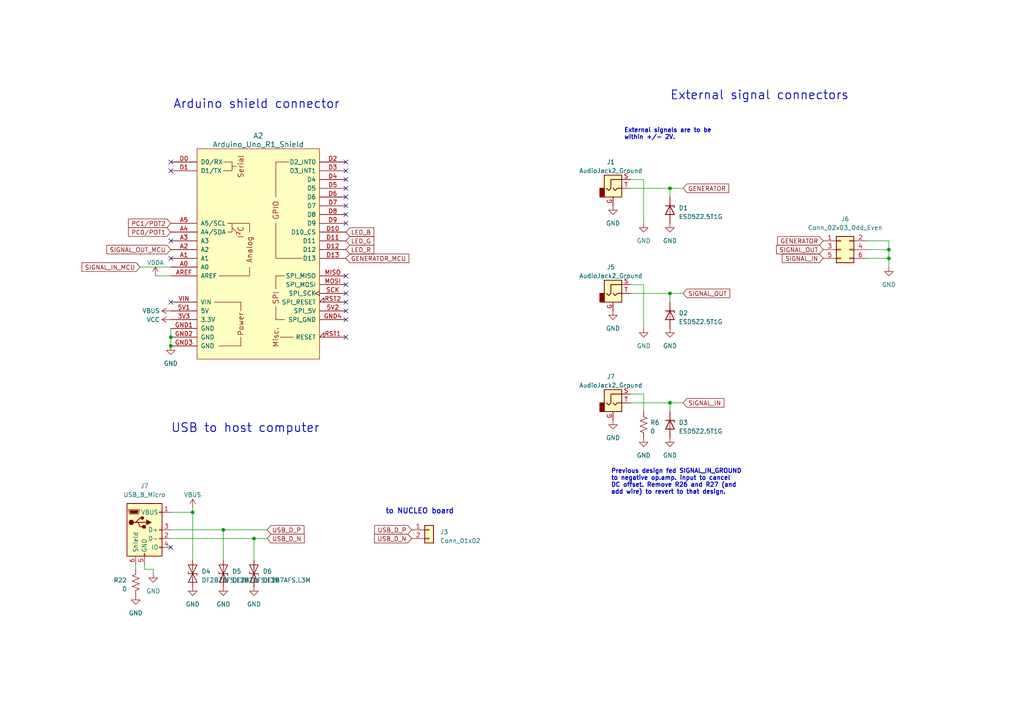
<source format=kicad_sch>
(kicad_sch (version 20230121) (generator eeschema)
  (paper "A4")
  (title_block (title "DSP PAW add-on board") (date "2023-09-04") (rev "2") (company "bitgloo") (comment 1 "Released under the CERN Open Hardware Licence Version 2 - Strongly Reciprocal"))
  (lib_symbols
    (symbol "Connector:USB_B_Micro" (pin_names (offset 1.016))
      (property "Reference" "J" (at -5.08 11.43 0))
      (property "Value" "USB_B_Micro" (at -5.08 8.89 0))
      (symbol "USB_B_Micro_0_1"
        (rectangle (start -5.08 -7.62) (end 5.08 7.62) (stroke (width 0.254)) (fill (type background)))
        (circle (center -3.81 2.159) (radius 0.635) (stroke (width 0.254)) (fill (type outline)))
        (circle (center -0.635 3.429) (radius 0.381) (stroke (width 0.254)) (fill (type outline)))
        (rectangle (start -0.127 -7.62) (end 0.127 -6.858))
        (polyline (pts (xy -1.905 2.159) (xy 0.635 2.159)) (stroke (width 0.254)))
        (polyline (pts (xy -3.175 2.159) (xy -2.54 2.159) (xy -1.27 3.429) (xy -0.635 3.429)) (stroke (width 0.254)))
        (polyline (pts (xy -2.54 2.159) (xy -1.905 2.159) (xy -1.27 0.889) (xy 0 0.889)) (stroke (width 0.254)))
        (polyline (pts (xy 0.635 2.794) (xy 0.635 1.524) (xy 1.905 2.159) (xy 0.635 2.794)) (stroke (width 0.254)) (fill (type outline)))
        (polyline (pts (xy -4.318 5.588) (xy -1.778 5.588) (xy -2.032 4.826) (xy -4.064 4.826) (xy -4.318 5.588)) (fill (type outline)))
        (polyline (pts (xy -4.699 5.842) (xy -4.699 5.588) (xy -4.445 4.826) (xy -4.445 4.572) (xy -1.651 4.572) (xy -1.651 4.826) (xy -1.397 5.588) (xy -1.397 5.842) (xy -4.699 5.842)))
        (rectangle (start 0.254 1.27) (end -0.508 0.508) (stroke (width 0.254)) (fill (type outline)))
        (rectangle (start 5.08 -5.207) (end 4.318 -4.953))
        (rectangle (start 5.08 -2.667) (end 4.318 -2.413))
        (rectangle (start 5.08 -0.127) (end 4.318 0.127))
        (rectangle (start 5.08 4.953) (end 4.318 5.207))
      )
      (symbol "USB_B_Micro_1_1"
        (pin power_out line (at 7.62 5.08 180) (length 2.54) (name "VBUS") (number "1"))
        (pin bidirectional line (at 7.62 -2.54 180) (length 2.54) (name "D-") (number "2"))
        (pin bidirectional line (at 7.62 0 180) (length 2.54) (name "D+") (number "3"))
        (pin passive line (at 7.62 -5.08 180) (length 2.54) (name "ID") (number "4"))
        (pin power_out line (at 0 -10.16 90) (length 2.54) (name "GND") (number "5"))
        (pin passive line (at -2.54 -10.16 90) (length 2.54) (name "Shield") (number "6"))
      )
    )
    (symbol "Connector_Audio:AudioJack2_Ground"
      (property "Reference" "J" (at 0 8.89 0))
      (property "Value" "AudioJack2_Ground" (at 0 6.35 0))
      (symbol "AudioJack2_Ground_0_1"
        (rectangle (start -2.54 -2.54) (end -3.81 0) (stroke (width 0.254)) (fill (type outline)))
        (polyline (pts (xy 0 0) (xy 0.635 -0.635) (xy 1.27 0) (xy 2.54 0)) (stroke (width 0.254)))
        (polyline (pts (xy 2.54 2.54) (xy -0.635 2.54) (xy -0.635 0) (xy -1.27 -0.635) (xy -1.905 0)) (stroke (width 0.254)))
        (rectangle (start 2.54 3.81) (end -2.54 -2.54) (stroke (width 0.254)) (fill (type background)))
      )
      (symbol "AudioJack2_Ground_1_1"
        (pin passive line (at 0 -5.08 90) (length 2.54) (name "~") (number "G"))
        (pin passive line (at 5.08 2.54 180) (length 2.54) (name "~") (number "S"))
        (pin passive line (at 5.08 0 180) (length 2.54) (name "~") (number "T"))
      )
    )
    (symbol "Connector_Generic:Conn_01x02" (pin_names (offset 1.016) hide)
      (property "Reference" "J" (at 0 2.54 0))
      (property "Value" "Conn_01x02" (at 0 -5.08 0))
      (symbol "Conn_01x02_1_1"
        (rectangle (start -1.27 -2.413) (end 0 -2.667) (stroke (width 0.1524)))
        (rectangle (start -1.27 0.127) (end 0 -0.127) (stroke (width 0.1524)))
        (rectangle (start -1.27 1.27) (end 1.27 -3.81) (stroke (width 0.254)) (fill (type background)))
        (pin passive line (at -5.08 0 0) (length 3.81) (name "Pin_1") (number "1"))
        (pin passive line (at -5.08 -2.54 0) (length 3.81) (name "Pin_2") (number "2"))
      )
    )
    (symbol "Connector_Generic:Conn_02x03_Odd_Even" (pin_names (offset 1.016) hide)
      (property "Reference" "J" (at 1.27 5.08 0))
      (property "Value" "Conn_02x03_Odd_Even" (at 1.27 -5.08 0))
      (symbol "Conn_02x03_Odd_Even_1_1"
        (rectangle (start -1.27 -2.413) (end 0 -2.667) (stroke (width 0.1524)))
        (rectangle (start -1.27 0.127) (end 0 -0.127) (stroke (width 0.1524)))
        (rectangle (start -1.27 2.667) (end 0 2.413) (stroke (width 0.1524)))
        (rectangle (start -1.27 3.81) (end 3.81 -3.81) (stroke (width 0.254)) (fill (type background)))
        (rectangle (start 3.81 -2.413) (end 2.54 -2.667) (stroke (width 0.1524)))
        (rectangle (start 3.81 0.127) (end 2.54 -0.127) (stroke (width 0.1524)))
        (rectangle (start 3.81 2.667) (end 2.54 2.413) (stroke (width 0.1524)))
        (pin passive line (at -5.08 2.54 0) (length 3.81) (name "Pin_1") (number "1"))
        (pin passive line (at 7.62 2.54 180) (length 3.81) (name "Pin_2") (number "2"))
        (pin passive line (at -5.08 0 0) (length 3.81) (name "Pin_3") (number "3"))
        (pin passive line (at 7.62 0 180) (length 3.81) (name "Pin_4") (number "4"))
        (pin passive line (at -5.08 -2.54 0) (length 3.81) (name "Pin_5") (number "5"))
        (pin passive line (at 7.62 -2.54 180) (length 3.81) (name "Pin_6") (number "6"))
      )
    )
    (symbol "Device:R_US" (pin_numbers hide) (pin_names (offset 0))
      (property "Reference" "R" (at 2.54 0 90))
      (property "Value" "R_US" (at -2.54 0 90))
      (symbol "R_US_0_1"
        (polyline (pts (xy 0 -2.286) (xy 0 -2.54)))
        (polyline (pts (xy 0 2.286) (xy 0 2.54)))
        (polyline (pts (xy 0 -0.762) (xy 1.016 -1.143) (xy 0 -1.524) (xy -1.016 -1.905) (xy 0 -2.286)))
        (polyline (pts (xy 0 0.762) (xy 1.016 0.381) (xy 0 0) (xy -1.016 -0.381) (xy 0 -0.762)))
        (polyline (pts (xy 0 2.286) (xy 1.016 1.905) (xy 0 1.524) (xy -1.016 1.143) (xy 0 0.762)))
      )
      (symbol "R_US_1_1"
        (pin passive line (at 0 3.81 270) (length 1.27) (name "~") (number "1"))
        (pin passive line (at 0 -3.81 90) (length 1.27) (name "~") (number "2"))
      )
    )
    (symbol "Diode:ESD5Zxx" (pin_numbers hide) (pin_names hide)
      (property "Reference" "D" (at 0 2.54 0))
      (property "Value" "ESD5Zxx" (at 0 -2.54 0))
      (symbol "ESD5Zxx_0_1"
        (polyline (pts (xy 1.27 0) (xy -1.27 0)))
        (polyline (pts (xy -1.27 -1.27) (xy -1.27 1.27) (xy -0.762 1.27)) (stroke (width 0.254)))
        (polyline (pts (xy 1.27 -1.27) (xy 1.27 1.27) (xy -1.27 0) (xy 1.27 -1.27)) (stroke (width 0.254)))
      )
      (symbol "ESD5Zxx_1_1"
        (pin passive line (at -3.81 0 0) (length 2.54) (name "K") (number "1"))
        (pin passive line (at 3.81 0 180) (length 2.54) (name "A") (number "2"))
      )
    )
    (symbol "Diode:ESD9B5.0ST5G" (pin_numbers hide) (pin_names (offset 1.016) hide)
      (property "Reference" "D" (at 0 2.54 0))
      (property "Value" "ESD9B5.0ST5G" (at 0 -2.54 0))
      (symbol "ESD9B5.0ST5G_0_1"
        (polyline (pts (xy 1.27 0) (xy -1.27 0)))
        (polyline (pts (xy -2.54 -1.27) (xy 0 0) (xy -2.54 1.27) (xy -2.54 -1.27)) (stroke (width 0.2032)))
        (polyline (pts (xy 0.508 1.27) (xy 0 1.27) (xy 0 -1.27) (xy -0.508 -1.27)) (stroke (width 0.2032)))
        (polyline (pts (xy 2.54 1.27) (xy 2.54 -1.27) (xy 0 0) (xy 2.54 1.27)) (stroke (width 0.2032)))
      )
      (symbol "ESD9B5.0ST5G_1_1"
        (pin passive line (at -3.81 0 0) (length 2.54) (name "A1") (number "1"))
        (pin passive line (at 3.81 0 180) (length 2.54) (name "A2") (number "2"))
      )
    )
    (symbol "PCM_arduino-library:Arduino_Uno_R1_Shield" (pin_names (offset 1.016))
      (property "Reference" "A" (at 0 36.83 0))
      (property "Value" "Arduino_Uno_R1_Shield" (at 0 33.02 0))
      (symbol "Arduino_Uno_R1_Shield_0_0"
        (rectangle (start -17.78 30.48) (end 17.78 -30.48) (fill (type background)))
        (rectangle (start -12.7 -13.97) (end -5.08 -13.97))
        (rectangle (start -11.43 -26.67) (end -5.08 -26.67))
        (polyline (pts (xy -7.62 7.62) (xy -6.35 6.35)))
        (polyline (pts (xy -7.62 25.4) (xy -6.35 25.4)))
        (polyline (pts (xy -5.08 -26.67) (xy -5.08 -24.13)))
        (polyline (pts (xy -5.08 -15.24) (xy -5.08 -16.51)))
        (polyline (pts (xy -5.08 -13.97) (xy -5.08 -15.24)))
        (polyline (pts (xy -2.54 -3.81) (xy -2.54 -6.35) (xy -11.43 -6.35)))
        (polyline (pts (xy -2.54 6.35) (xy -2.54 8.89) (xy -8.89 8.89)))
        (polyline (pts (xy 5.08 8.89) (xy 5.08 -1.27) (xy 12.7 -1.27)))
        (polyline (pts (xy 5.08 16.51) (xy 5.08 26.67) (xy 8.89 26.67)))
        (polyline (pts (xy -10.16 26.67) (xy -7.62 26.67) (xy -7.62 24.13) (xy -10.16 24.13)))
        (polyline (pts (xy -8.89 8.89) (xy -7.62 8.89) (xy -7.62 6.35) (xy -8.89 6.35)))
        (rectangle (start 5.08 -19.05) (end 5.08 -15.24))
        (rectangle (start 5.08 -19.05) (end 7.62 -19.05))
        (rectangle (start 5.08 -10.16) (end 5.08 -6.35))
        (rectangle (start 6.35 -24.13) (end 10.16 -24.13))
        (rectangle (start 7.62 -6.35) (end 5.08 -6.35))
        (text "Analog" (at -2.54 1.27 900) (effects (font (size 1.524 1.524))))
        (text "I²C" (at -5.08 6.35 900) (effects (font (size 1.524 1.524))))
        (text "Misc." (at 5.08 -24.13 900) (effects (font (size 1.524 1.524))))
        (text "Power" (at -5.08 -20.32 900) (effects (font (size 1.524 1.524))))
        (text "Serial" (at -5.08 25.4 900) (effects (font (size 1.524 1.524))))
        (text "SPI" (at 5.08 -12.7 900) (effects (font (size 1.524 1.524))))
      )
      (symbol "Arduino_Uno_R1_Shield_1_0"
        (text "GPIO" (at 5.08 12.7 900) (effects (font (size 1.524 1.524))))
      )
      (symbol "Arduino_Uno_R1_Shield_1_1"
        (pin power_out line (at -25.4 -19.05 0) (length 7.62) (name "3.3V") (number "3V3"))
        (pin power_in line (at -25.4 -16.51 0) (length 7.62) (name "5V") (number "5V1"))
        (pin power_in line (at 25.4 -16.51 180) (length 7.62) (name "SPI_5V") (number "5V2"))
        (pin bidirectional line (at -25.4 -3.81 0) (length 7.62) (name "A0") (number "A0"))
        (pin bidirectional line (at -25.4 -1.27 0) (length 7.62) (name "A1") (number "A1"))
        (pin bidirectional line (at -25.4 1.27 0) (length 7.62) (name "A2") (number "A2"))
        (pin bidirectional line (at -25.4 3.81 0) (length 7.62) (name "A3") (number "A3"))
        (pin bidirectional line (at -25.4 6.35 0) (length 7.62) (name "A4/SDA") (number "A4"))
        (pin bidirectional line (at -25.4 8.89 0) (length 7.62) (name "A5/SCL") (number "A5"))
        (pin input line (at -25.4 -6.35 0) (length 7.62) (name "AREF") (number "AREF"))
        (pin bidirectional line (at -25.4 26.67 0) (length 7.62) (name "D0/RX") (number "D0"))
        (pin bidirectional line (at -25.4 24.13 0) (length 7.62) (name "D1/TX") (number "D1"))
        (pin bidirectional line (at 25.4 6.35 180) (length 7.62) (name "D10_CS") (number "D10"))
        (pin bidirectional line (at 25.4 3.81 180) (length 7.62) (name "D11") (number "D11"))
        (pin bidirectional line (at 25.4 1.27 180) (length 7.62) (name "D12") (number "D12"))
        (pin bidirectional line (at 25.4 -1.27 180) (length 7.62) (name "D13") (number "D13"))
        (pin bidirectional line (at 25.4 26.67 180) (length 7.62) (name "D2_INT0") (number "D2"))
        (pin bidirectional line (at 25.4 24.13 180) (length 7.62) (name "D3_INT1") (number "D3"))
        (pin bidirectional line (at 25.4 21.59 180) (length 7.62) (name "D4") (number "D4"))
        (pin bidirectional line (at 25.4 19.05 180) (length 7.62) (name "D5") (number "D5"))
        (pin bidirectional line (at 25.4 16.51 180) (length 7.62) (name "D6") (number "D6"))
        (pin bidirectional line (at 25.4 13.97 180) (length 7.62) (name "D7") (number "D7"))
        (pin bidirectional line (at 25.4 11.43 180) (length 7.62) (name "D8") (number "D8"))
        (pin bidirectional line (at 25.4 8.89 180) (length 7.62) (name "D9") (number "D9"))
        (pin power_in line (at -25.4 -21.59 0) (length 7.62) (name "GND") (number "GND1"))
        (pin power_in line (at -25.4 -24.13 0) (length 7.62) (name "GND") (number "GND2"))
        (pin power_in line (at -25.4 -26.67 0) (length 7.62) (name "GND") (number "GND3"))
        (pin power_in line (at 25.4 -19.05 180) (length 7.62) (name "SPI_GND") (number "GND4"))
        (pin input line (at 25.4 -6.35 180) (length 7.62) (name "SPI_MISO") (number "MISO"))
        (pin output line (at 25.4 -8.89 180) (length 7.62) (name "SPI_MOSI") (number "MOSI"))
        (pin open_collector input_low (at 25.4 -24.13 180) (length 7.62) (name "RESET") (number "RST1"))
        (pin open_collector input_low (at 25.4 -13.97 180) (length 7.62) (name "SPI_RESET") (number "RST2"))
        (pin output clock (at 25.4 -11.43 180) (length 7.62) (name "SPI_SCK") (number "SCK"))
        (pin power_in line (at -25.4 -13.97 0) (length 7.62) (name "VIN") (number "VIN"))
      )
    )
    (symbol "power:GND" (power) (pin_names (offset 0))
      (property "Value" "GND" (at 0 -3.81 0))
      (symbol "GND_0_1"
        (polyline (pts (xy 0 0) (xy 0 -1.27) (xy 1.27 -1.27) (xy 0 -2.54) (xy -1.27 -1.27) (xy 0 -1.27)))
      )
      (symbol "GND_1_1"
        (pin power_in line (at 0 0 270) (length 0) hide (name "GND") (number "1"))
      )
    )
    (symbol "power:VBUS" (power) (pin_names (offset 0))
      (property "Value" "VBUS" (at 0 3.81 0))
      (symbol "VBUS_0_1"
        (polyline (pts (xy -0.762 1.27) (xy 0 2.54)))
        (polyline (pts (xy 0 0) (xy 0 2.54)))
        (polyline (pts (xy 0 2.54) (xy 0.762 1.27)))
      )
      (symbol "VBUS_1_1"
        (pin power_in line (at 0 0 90) (length 0) hide (name "VBUS") (number "1"))
      )
    )
    (symbol "power:VCC" (power) (pin_names (offset 0))
      (property "Value" "VCC" (at 0 3.81 0))
      (symbol "VCC_0_1"
        (polyline (pts (xy -0.762 1.27) (xy 0 2.54)))
        (polyline (pts (xy 0 0) (xy 0 2.54)))
        (polyline (pts (xy 0 2.54) (xy 0.762 1.27)))
      )
      (symbol "VCC_1_1"
        (pin power_in line (at 0 0 90) (length 0) hide (name "VCC") (number "1"))
      )
    )
    (symbol "power:VDDA" (power) (pin_names (offset 0))
      (property "Value" "VDDA" (at 0 3.81 0))
      (symbol "VDDA_0_1"
        (polyline (pts (xy -0.762 1.27) (xy 0 2.54)))
        (polyline (pts (xy 0 0) (xy 0 2.54)))
        (polyline (pts (xy 0 2.54) (xy 0.762 1.27)))
      )
      (symbol "VDDA_1_1"
        (pin power_in line (at 0 0 90) (length 0) hide (name "VDDA") (number "1"))
      )
    )
  )
  (junction (at 64.77 153.67))
  (junction (at 194.31 54.61))
  (junction (at 73.66 156.21))
  (junction (at 194.31 85.09))
  (junction (at 49.53 100.33))
  (junction (at 257.81 72.39))
  (junction (at 49.53 97.79))
  (junction (at 55.88 148.59))
  (junction (at 194.31 116.84))
  (junction (at 257.81 74.93))
  (no_connect (at 100.33 90.17))
  (no_connect (at 49.53 49.53))
  (no_connect (at 49.53 74.93))
  (no_connect (at 49.53 46.99))
  (no_connect (at 100.33 64.77))
  (no_connect (at 100.33 54.61))
  (no_connect (at 100.33 49.53))
  (no_connect (at 100.33 57.15))
  (no_connect (at 100.33 46.99))
  (no_connect (at 100.33 80.01))
  (no_connect (at 49.53 87.63))
  (no_connect (at 100.33 52.07))
  (no_connect (at 100.33 87.63))
  (no_connect (at 49.53 69.85))
  (no_connect (at 100.33 82.55))
  (no_connect (at 49.53 158.75))
  (no_connect (at 100.33 85.09))
  (no_connect (at 100.33 59.69))
  (no_connect (at 100.33 92.71))
  (no_connect (at 100.33 97.79))
  (no_connect (at 100.33 62.23))
  (wire (pts (xy 257.81 72.39) (xy 251.46 72.39)))
  (wire (pts (xy 186.69 114.3) (xy 186.69 119.38)))
  (wire (pts (xy 182.88 114.3) (xy 186.69 114.3)))
  (wire (pts (xy 257.81 74.93) (xy 257.81 77.47)))
  (wire (pts (xy 55.88 147.32) (xy 55.88 148.59)))
  (wire (pts (xy 186.69 82.55) (xy 186.69 95.25)))
  (wire (pts (xy 194.31 116.84) (xy 198.12 116.84)))
  (wire (pts (xy 257.81 72.39) (xy 257.81 74.93)))
  (wire (pts (xy 194.31 54.61) (xy 198.12 54.61)))
  (wire (pts (xy 73.66 156.21) (xy 77.47 156.21)))
  (wire (pts (xy 45.085 80.01) (xy 49.53 80.01)))
  (wire (pts (xy 194.31 54.61) (xy 194.31 57.15)))
  (wire (pts (xy 49.53 153.67) (xy 64.77 153.67)))
  (wire (pts (xy 186.69 52.07) (xy 186.69 64.77)))
  (wire (pts (xy 49.53 156.21) (xy 73.66 156.21)))
  (wire (pts (xy 194.31 85.09) (xy 194.31 87.63)))
  (wire (pts (xy 49.53 148.59) (xy 55.88 148.59)))
  (wire (pts (xy 194.31 85.09) (xy 198.12 85.09)))
  (wire (pts (xy 40.64 77.47) (xy 49.53 77.47)))
  (wire (pts (xy 44.45 165.1) (xy 41.91 165.1)))
  (wire (pts (xy 182.88 52.07) (xy 186.69 52.07)))
  (wire (pts (xy 194.31 116.84) (xy 194.31 119.38)))
  (wire (pts (xy 257.81 69.85) (xy 257.81 72.39)))
  (wire (pts (xy 39.37 163.83) (xy 39.37 165.1)))
  (wire (pts (xy 49.53 95.25) (xy 49.53 97.79)))
  (wire (pts (xy 55.88 148.59) (xy 55.88 162.56)))
  (wire (pts (xy 257.81 69.85) (xy 251.46 69.85)))
  (wire (pts (xy 44.45 166.37) (xy 44.45 165.1)))
  (wire (pts (xy 41.91 165.1) (xy 41.91 163.83)))
  (wire (pts (xy 64.77 153.67) (xy 64.77 162.56)))
  (wire (pts (xy 251.46 74.93) (xy 257.81 74.93)))
  (wire (pts (xy 182.88 85.09) (xy 194.31 85.09)))
  (wire (pts (xy 182.88 54.61) (xy 194.31 54.61)))
  (wire (pts (xy 182.88 116.84) (xy 194.31 116.84)))
  (wire (pts (xy 49.53 97.79) (xy 49.53 100.33)))
  (wire (pts (xy 64.77 153.67) (xy 77.47 153.67)))
  (wire (pts (xy 182.88 82.55) (xy 186.69 82.55)))
  (wire (pts (xy 73.66 156.21) (xy 73.66 162.56)))
  (text "USB to host computer" (at 49.53 125.73 0) (effects (font (size 2.54 2.54) (thickness 0.254) bold) (justify left bottom)))
  (text "to NUCLEO board" (at 111.76 149.225 0) (effects (font (size 1.5 1.5) (thickness 0.254) bold) (justify left bottom)))
  (text "Arduino shield connector" (at 50.165 31.75 0) (effects (font (size 2.54 2.54) (thickness 0.254) bold) (justify left bottom)))
  (text "External signals are to be\nwithin +/- 2V." (at 180.975 40.64 0) (effects (font (size 1.25 1.25) (thickness 0.254) bold) (justify left bottom)))
  (text "External signal connectors" (at 194.31 29.21 0) (effects (font (size 2.54 2.54) (thickness 0.254) bold) (justify left bottom)))
  (text "Previous design fed SIGNAL_IN_GROUND\nto negative op.amp. input to cancel\nDC offset. Remove R26 and R27 (and\nadd wire) to revert to that design." (at 177.165 143.51 0) (effects (font (size 1.25 1.25) (thickness 0.254) bold) (justify left bottom)))
  (global_label "USB_D_P" (shape input) (at 119.38 153.67 180) (property "Intersheetrefs" "${INTERSHEET_REFS}" (effects hide)))
  (global_label "SIGNAL_OUT" (shape input) (at 198.12 85.09 0) (property "Intersheetrefs" "${INTERSHEET_REFS}" (effects hide)))
  (global_label "SIGNAL_IN_MCU" (shape input) (at 40.64 77.47 180) (property "Intersheetrefs" "${INTERSHEET_REFS}" (effects hide)))
  (global_label "SIGNAL_OUT_MCU" (shape input) (at 49.53 72.39 180) (property "Intersheetrefs" "${INTERSHEET_REFS}" (effects hide)))
  (global_label "SIGNAL_IN" (shape input) (at 198.12 116.84 0) (property "Intersheetrefs" "${INTERSHEET_REFS}" (effects hide)))
  (global_label "PC0{slash}POT1" (shape input) (at 49.53 67.31 180) (property "Intersheetrefs" "${INTERSHEET_REFS}" (effects hide)))
  (global_label "GENERATOR" (shape input) (at 198.12 54.61 0) (property "Intersheetrefs" "${INTERSHEET_REFS}" (effects hide)))
  (global_label "LED_B" (shape input) (at 100.33 67.31 0) (property "Intersheetrefs" "${INTERSHEET_REFS}" (effects hide)))
  (global_label "SIGNAL_OUT" (shape input) (at 238.76 72.39 180) (property "Intersheetrefs" "${INTERSHEET_REFS}" (effects hide)))
  (global_label "LED_G" (shape input) (at 100.33 69.85 0) (property "Intersheetrefs" "${INTERSHEET_REFS}" (effects hide)))
  (global_label "LED_R" (shape input) (at 100.33 72.39 0) (property "Intersheetrefs" "${INTERSHEET_REFS}" (effects hide)))
  (global_label "GENERATOR_MCU" (shape input) (at 100.33 74.93 0) (property "Intersheetrefs" "${INTERSHEET_REFS}" (effects hide)))
  (global_label "USB_D_P" (shape input) (at 77.47 153.67 0) (property "Intersheetrefs" "${INTERSHEET_REFS}" (effects hide)))
  (global_label "GENERATOR" (shape input) (at 238.76 69.85 180) (property "Intersheetrefs" "${INTERSHEET_REFS}" (effects hide)))
  (global_label "SIGNAL_IN" (shape input) (at 238.76 74.93 180) (property "Intersheetrefs" "${INTERSHEET_REFS}" (effects hide)))
  (global_label "USB_D_N" (shape input) (at 119.38 156.21 180) (property "Intersheetrefs" "${INTERSHEET_REFS}" (effects hide)))
  (global_label "PC1{slash}POT2" (shape input) (at 49.53 64.77 180) (property "Intersheetrefs" "${INTERSHEET_REFS}" (effects hide)))
  (global_label "USB_D_N" (shape input) (at 77.47 156.21 0) (property "Intersheetrefs" "${INTERSHEET_REFS}" (effects hide)))
  (symbol (lib_id "Diode:ESD9B5.0ST5G") (at 55.88 166.37 90) (unit 1)
    (property "Reference" "D4" (at 58.42 165.735 90) (effects (justify right)))
    (property "Value" "DF2B7AFS,L3M" (at 58.42 168.275 90) (effects (justify right)))
    (property "Footprint" "Diode_SMD:D_SOD-923" (effects hide))
    (property "Datasheet" "https://www.onsemi.com/pub/Collateral/ESD9B-D.PDF" (effects hide))
    (property "Part Number" "DF2B7AFS,L3M" (effects hide))
    (property "LCSC Part #" "C1972965" (effects hide))
  )
  (symbol (lib_id "power:VDDA") (at 45.085 80.01 0) (unit 1)
    (property "Reference" "#PWR04" (effects hide))
    (property "Value" "VDDA" (at 45.085 76.2 0))
    (instances (project "stmdsp_rev3" (path "" (reference "#PWR04") (unit 1))) (project "DSP PAW add-on board" (path "" (reference "#PWR074") (unit 1))))
  )
  (symbol (lib_id "power:GND") (at 64.77 170.18 0) (unit 1)
    (property "Reference" "#PWR038" (effects hide))
    (property "Value" "GND" (at 64.77 175.26 0))
    (instances (project "stmdsp_rev3" (path "" (reference "#PWR038") (unit 1))) (project "DSP PAW add-on board" (path "" (reference "#PWR064") (unit 1))))
  )
  (symbol (lib_id "power:GND") (at 186.69 95.25 0) (unit 1)
    (property "Reference" "#PWR034" (effects hide))
    (property "Value" "GND" (at 186.69 100.33 0))
    (instances (project "stmdsp_rev3" (path "" (reference "#PWR034") (unit 1))) (project "DSP PAW add-on board" (path "" (reference "#PWR056") (unit 1))))
  )
  (symbol (lib_id "power:GND") (at 257.81 77.47 0) (mirror y) (unit 1)
    (property "Reference" "#PWR036" (effects hide))
    (property "Value" "GND" (at 257.81 82.55 0))
    (instances (project "stmdsp_rev3" (path "" (reference "#PWR036") (unit 1))) (project "DSP PAW add-on board" (path "" (reference "#PWR052") (unit 1))))
  )
  (symbol (lib_id "power:GND") (at 186.69 64.77 0) (unit 1)
    (property "Reference" "#PWR032" (effects hide))
    (property "Value" "GND" (at 186.69 69.85 0))
    (instances (project "stmdsp_rev3" (path "" (reference "#PWR032") (unit 1))) (project "DSP PAW add-on board" (path "" (reference "#PWR049") (unit 1))))
  )
  (symbol (lib_id "PCM_arduino-library:Arduino_Uno_R1_Shield") (at 74.93 73.66 0) (unit 1)
    (property "Reference" "A2" (at 74.93 39.37 0) (effects (font (size 1.524 1.524))))
    (property "Value" "Arduino_Uno_R1_Shield" (at 74.93 41.91 0) (effects (font (size 1.524 1.524))))
    (property "Footprint" "PCM_arduino-library:Arduino_Uno_R2_Shield" (effects hide))
    (property "Datasheet" "https://startingelectronics.org/articles/arduino/uno-r3-r2-differences/" (effects hide))
    (property "DNP" "T" (effects hide))
  )
  (symbol (lib_id "Diode:ESD9B5.0ST5G") (at 64.77 166.37 90) (unit 1)
    (property "Reference" "D5" (at 67.31 165.735 90) (effects (justify right)))
    (property "Value" "DF2B7AFS,L3M" (at 67.31 168.275 90) (effects (justify right)))
    (property "Footprint" "Diode_SMD:D_SOD-923" (effects hide))
    (property "Datasheet" "https://www.onsemi.com/pub/Collateral/ESD9B-D.PDF" (effects hide))
    (property "Part Number" "DF2B7AFS,L3M" (effects hide))
    (property "LCSC Part #" "C1972965" (effects hide))
  )
  (symbol (lib_id "Connector_Audio:AudioJack2_Ground") (at 177.8 85.09 0) (unit 1)
    (property "Reference" "J5" (at 177.165 77.47 0))
    (property "Value" "AudioJack2_Ground" (at 177.165 80.01 0))
    (property "Footprint" "Connector_Audio:Jack_3.5mm_CUI_SJ-3523-SMT_Horizontal" (effects hide))
    (property "Part Number" "2" (effects hide))
    (property "LCSC Part #" "C431535" (effects hide))
  )
  (symbol (lib_id "Diode:ESD5Zxx") (at 194.31 123.19 270) (unit 1)
    (property "Reference" "D3" (at 196.85 122.555 90) (effects (justify left)))
    (property "Value" "ESD5Z2.5T1G" (at 196.85 125.095 90) (effects (justify left)))
    (property "Footprint" "Diode_SMD:D_SOD-523" (effects hide))
    (property "Datasheet" "https://www.onsemi.com/pdf/datasheet/esd5z2.5t1-d.pdf" (effects hide))
    (property "Part Number" "ESD5Z2.5T1G" (effects hide))
    (property "LCSC Part #" "C475683" (effects hide))
  )
  (symbol (lib_id "power:GND") (at 186.69 127 0) (unit 1)
    (property "Reference" "#PWR034" (effects hide))
    (property "Value" "GND" (at 186.69 132.08 0))
    (instances (project "stmdsp_rev3" (path "" (reference "#PWR034") (unit 1))) (project "DSP PAW add-on board" (path "" (reference "#PWR059") (unit 1))))
  )
  (symbol (lib_id "power:GND") (at 44.45 166.37 0) (unit 1)
    (property "Reference" "#PWR038" (effects hide))
    (property "Value" "GND" (at 44.45 171.45 0))
    (instances (project "stmdsp_rev3" (path "" (reference "#PWR038") (unit 1))) (project "DSP PAW add-on board" (path "" (reference "#PWR062") (unit 1))))
  )
  (symbol (lib_id "power:GND") (at 55.88 170.18 0) (unit 1)
    (property "Reference" "#PWR038" (effects hide))
    (property "Value" "GND" (at 55.88 175.26 0))
    (instances (project "stmdsp_rev3" (path "" (reference "#PWR038") (unit 1))) (project "DSP PAW add-on board" (path "" (reference "#PWR063") (unit 1))))
  )
  (symbol (lib_id "power:GND") (at 177.8 90.17 0) (unit 1)
    (property "Reference" "#PWR032" (effects hide))
    (property "Value" "GND" (at 177.8 95.25 0))
    (instances (project "stmdsp_rev3" (path "" (reference "#PWR032") (unit 1))) (project "DSP PAW add-on board" (path "" (reference "#PWR055") (unit 1))))
  )
  (symbol (lib_id "power:VBUS") (at 55.88 147.32 0) (unit 1)
    (property "Reference" "#PWR061" (effects hide))
    (property "Value" "VBUS" (at 55.88 143.51 0))
  )
  (symbol (lib_id "Diode:ESD5Zxx") (at 194.31 60.96 270) (unit 1)
    (property "Reference" "D1" (at 196.85 60.325 90) (effects (justify left)))
    (property "Value" "ESD5Z2.5T1G" (at 196.85 62.865 90) (effects (justify left)))
    (property "Footprint" "Diode_SMD:D_SOD-523" (effects hide))
    (property "Datasheet" "https://www.onsemi.com/pdf/datasheet/esd5z2.5t1-d.pdf" (effects hide))
    (property "Part Number" "ESD5Z2.5T1G" (effects hide))
    (property "LCSC Part #" "C475683" (effects hide))
  )
  (symbol (lib_id "power:GND") (at 177.8 59.69 0) (unit 1)
    (property "Reference" "#PWR032" (effects hide))
    (property "Value" "GND" (at 177.8 64.77 0))
    (instances (project "stmdsp_rev3" (path "" (reference "#PWR032") (unit 1))) (project "DSP PAW add-on board" (path "" (reference "#PWR048") (unit 1))))
  )
  (symbol (lib_id "power:VCC") (at 49.53 92.71 90) (unit 1)
    (property "Reference" "#PWR015" (effects hide))
    (property "Value" "VCC" (at 46.355 92.71 90) (effects (justify left)))
    (instances (project "stmdsp_rev3" (path "" (reference "#PWR015") (unit 1))) (project "DSP PAW add-on board" (path "" (reference "#PWR072") (unit 1))))
  )
  (symbol (lib_id "Diode:ESD5Zxx") (at 194.31 91.44 270) (unit 1)
    (property "Reference" "D2" (at 196.85 90.805 90) (effects (justify left)))
    (property "Value" "ESD5Z2.5T1G" (at 196.85 93.345 90) (effects (justify left)))
    (property "Footprint" "Diode_SMD:D_SOD-523" (effects hide))
    (property "Datasheet" "https://www.onsemi.com/pdf/datasheet/esd5z2.5t1-d.pdf" (effects hide))
    (property "Part Number" "ESD5Z2.5T1G" (effects hide))
    (property "LCSC Part #" "C475683" (effects hide))
  )
  (symbol (lib_id "Connector_Audio:AudioJack2_Ground") (at 177.8 54.61 0) (unit 1)
    (property "Reference" "J1" (at 177.165 46.99 0))
    (property "Value" "AudioJack2_Ground" (at 177.165 49.53 0))
    (property "Footprint" "Connector_Audio:Jack_3.5mm_CUI_SJ-3523-SMT_Horizontal" (effects hide))
    (property "Part Number" "2" (effects hide))
    (property "LCSC Part #" "C431535" (effects hide))
  )
  (symbol (lib_id "Connector:USB_B_Micro") (at 41.91 153.67 0) (unit 1)
    (property "Reference" "J7" (at 41.91 140.97 0))
    (property "Value" "USB_B_Micro" (at 41.91 143.51 0))
    (property "Footprint" "Connector_USB:USB_Micro-B_Amphenol_10104110_Horizontal" (effects hide))
    (property "Part Number" "10104110-0001LF" (effects hide))
    (property "LCSC Part #" "C428496" (effects hide))
    (instances (project "stmdsp_rev3" (path "" (reference "J7") (unit 1))) (project "DSP PAW add-on board" (path "" (reference "J8") (unit 1))))
  )
  (symbol (lib_id "power:GND") (at 194.31 95.25 0) (unit 1)
    (property "Reference" "#PWR032" (effects hide))
    (property "Value" "GND" (at 194.31 100.33 0))
    (instances (project "stmdsp_rev3" (path "" (reference "#PWR032") (unit 1))) (project "DSP PAW add-on board" (path "" (reference "#PWR057") (unit 1))))
  )
  (symbol (lib_id "Device:R_US") (at 186.69 123.19 180) (unit 1)
    (property "Reference" "R6" (at 188.595 122.555 0) (effects (justify right)))
    (property "Value" "0" (at 188.595 125.095 0) (effects (justify right)))
    (property "Footprint" "Resistor_SMD:R_0603_1608Metric" (effects hide))
    (property "Part Number" "RMCF0603ZT0R00" (effects hide))
    (property "LCSC Part #" "C21189" (effects hide))
    (instances (project "DSP PAW add-on board" (path "" (reference "R6") (unit 1)) (path "" (reference "R26") (unit 1))))
  )
  (symbol (lib_id "Connector_Audio:AudioJack2_Ground") (at 177.8 116.84 0) (unit 1)
    (property "Reference" "J7" (at 177.165 109.22 0))
    (property "Value" "AudioJack2_Ground" (at 177.165 111.76 0))
    (property "Footprint" "Connector_Audio:Jack_3.5mm_CUI_SJ-3523-SMT_Horizontal" (effects hide))
    (property "Part Number" "2" (effects hide))
    (property "LCSC Part #" "C431535" (effects hide))
  )
  (symbol (lib_id "power:VBUS") (at 49.53 90.17 90) (unit 1)
    (property "Reference" "#PWR075" (effects hide))
    (property "Value" "VBUS" (at 46.355 90.17 90) (effects (justify left)))
  )
  (symbol (lib_id "power:GND") (at 194.31 127 0) (unit 1)
    (property "Reference" "#PWR032" (effects hide))
    (property "Value" "GND" (at 194.31 132.08 0))
    (instances (project "stmdsp_rev3" (path "" (reference "#PWR032") (unit 1))) (project "DSP PAW add-on board" (path "" (reference "#PWR060") (unit 1))))
  )
  (symbol (lib_id "Device:R_US") (at 39.37 168.91 0) (mirror y) (unit 1)
    (property "Reference" "R22" (at 36.83 168.275 0) (effects (justify left)))
    (property "Value" "0" (at 36.83 170.815 0) (effects (justify left)))
    (property "Footprint" "Resistor_SMD:R_0603_1608Metric" (effects hide))
    (property "Part Number" "RMCF0603ZT0R00" (effects hide))
    (property "LCSC Part #" "C21189" (effects hide))
  )
  (symbol (lib_id "Connector_Generic:Conn_01x02") (at 124.46 153.67 0) (unit 1)
    (property "Reference" "J3" (at 127.635 154.305 0) (effects (justify left)))
    (property "Value" "Conn_01x02" (at 127.635 156.845 0) (effects (justify left)))
    (property "Footprint" "Connector_PinHeader_2.54mm:PinHeader_1x02_P2.54mm_Vertical" (effects hide))
    (property "DNP" "T" (effects hide))
  )
  (symbol (lib_id "power:GND") (at 177.8 121.92 0) (unit 1)
    (property "Reference" "#PWR032" (effects hide))
    (property "Value" "GND" (at 177.8 127 0))
    (instances (project "stmdsp_rev3" (path "" (reference "#PWR032") (unit 1))) (project "DSP PAW add-on board" (path "" (reference "#PWR058") (unit 1))))
  )
  (symbol (lib_id "power:GND") (at 73.66 170.18 0) (unit 1)
    (property "Reference" "#PWR038" (effects hide))
    (property "Value" "GND" (at 73.66 175.26 0))
    (instances (project "stmdsp_rev3" (path "" (reference "#PWR038") (unit 1))) (project "DSP PAW add-on board" (path "" (reference "#PWR065") (unit 1))))
  )
  (symbol (lib_id "Diode:ESD9B5.0ST5G") (at 73.66 166.37 90) (unit 1)
    (property "Reference" "D6" (at 76.2 165.735 90) (effects (justify right)))
    (property "Value" "DF2B7AFS,L3M" (at 76.2 168.275 90) (effects (justify right)))
    (property "Footprint" "Diode_SMD:D_SOD-923" (effects hide))
    (property "Datasheet" "https://www.onsemi.com/pub/Collateral/ESD9B-D.PDF" (effects hide))
    (property "Part Number" "DF2B7AFS,L3M" (effects hide))
    (property "LCSC Part #" "C1972965" (effects hide))
  )
  (symbol (lib_id "Connector_Generic:Conn_02x03_Odd_Even") (at 243.84 72.39 0) (unit 1)
    (property "Reference" "J6" (at 245.11 63.5 0))
    (property "Value" "Conn_02x03_Odd_Even" (at 245.11 66.04 0))
    (property "Footprint" "Connector_PinHeader_2.54mm:PinHeader_2x03_P2.54mm_Vertical" (effects hide))
    (property "Part Number" "PH2-06-UA" (effects hide))
    (property "LCSC Part #" "C65114" (effects hide))
    (instances (project "stmdsp_rev3" (path "" (reference "J6") (unit 1))) (project "DSP PAW add-on board" (path "" (reference "J4") (unit 1))))
  )
  (symbol (lib_id "power:GND") (at 194.31 64.77 0) (unit 1)
    (property "Reference" "#PWR032" (effects hide))
    (property "Value" "GND" (at 194.31 69.85 0))
    (instances (project "stmdsp_rev3" (path "" (reference "#PWR032") (unit 1))) (project "DSP PAW add-on board" (path "" (reference "#PWR050") (unit 1))))
  )
  (symbol (lib_id "power:GND") (at 49.53 100.33 0) (mirror y) (unit 1)
    (property "Reference" "#PWR036" (effects hide))
    (property "Value" "GND" (at 49.53 105.41 0))
    (instances (project "stmdsp_rev3" (path "" (reference "#PWR036") (unit 1))) (project "DSP PAW add-on board" (path "" (reference "#PWR046") (unit 1))))
  )
  (symbol (lib_id "power:GND") (at 39.37 172.72 0) (unit 1)
    (property "Reference" "#PWR038" (effects hide))
    (property "Value" "GND" (at 39.37 177.8 0))
    (instances (project "stmdsp_rev3" (path "" (reference "#PWR038") (unit 1))) (project "DSP PAW add-on board" (path "" (reference "#PWR066") (unit 1))))
  )
)
</source>
